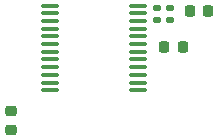
<source format=gbr>
G04 #@! TF.GenerationSoftware,KiCad,Pcbnew,(6.0.2)*
G04 #@! TF.CreationDate,2022-07-04T11:46:19+05:00*
G04 #@! TF.ProjectId,18bit-DIT,31386269-742d-4444-9954-2e6b69636164,rev?*
G04 #@! TF.SameCoordinates,Original*
G04 #@! TF.FileFunction,Paste,Top*
G04 #@! TF.FilePolarity,Positive*
%FSLAX46Y46*%
G04 Gerber Fmt 4.6, Leading zero omitted, Abs format (unit mm)*
G04 Created by KiCad (PCBNEW (6.0.2)) date 2022-07-04 11:46:19*
%MOMM*%
%LPD*%
G01*
G04 APERTURE LIST*
G04 Aperture macros list*
%AMRoundRect*
0 Rectangle with rounded corners*
0 $1 Rounding radius*
0 $2 $3 $4 $5 $6 $7 $8 $9 X,Y pos of 4 corners*
0 Add a 4 corners polygon primitive as box body*
4,1,4,$2,$3,$4,$5,$6,$7,$8,$9,$2,$3,0*
0 Add four circle primitives for the rounded corners*
1,1,$1+$1,$2,$3*
1,1,$1+$1,$4,$5*
1,1,$1+$1,$6,$7*
1,1,$1+$1,$8,$9*
0 Add four rect primitives between the rounded corners*
20,1,$1+$1,$2,$3,$4,$5,0*
20,1,$1+$1,$4,$5,$6,$7,0*
20,1,$1+$1,$6,$7,$8,$9,0*
20,1,$1+$1,$8,$9,$2,$3,0*%
G04 Aperture macros list end*
%ADD10RoundRect,0.218750X0.218750X0.256250X-0.218750X0.256250X-0.218750X-0.256250X0.218750X-0.256250X0*%
%ADD11RoundRect,0.147500X-0.172500X0.147500X-0.172500X-0.147500X0.172500X-0.147500X0.172500X0.147500X0*%
%ADD12RoundRect,0.100000X-0.637500X-0.100000X0.637500X-0.100000X0.637500X0.100000X-0.637500X0.100000X0*%
%ADD13RoundRect,0.218750X0.256250X-0.218750X0.256250X0.218750X-0.256250X0.218750X-0.256250X-0.218750X0*%
%ADD14RoundRect,0.218750X-0.218750X-0.256250X0.218750X-0.256250X0.218750X0.256250X-0.218750X0.256250X0*%
G04 APERTURE END LIST*
D10*
X150877500Y-55490000D03*
X149302500Y-55490000D03*
D11*
X146500000Y-55215000D03*
X146500000Y-56185000D03*
X147640000Y-55215000D03*
X147640000Y-56185000D03*
D12*
X137457500Y-55015000D03*
X137457500Y-55665000D03*
X137457500Y-56315000D03*
X137457500Y-56965000D03*
X137457500Y-57615000D03*
X137457500Y-58265000D03*
X137457500Y-58915000D03*
X137457500Y-59565000D03*
X137457500Y-60215000D03*
X137457500Y-60865000D03*
X137457500Y-61515000D03*
X137457500Y-62165000D03*
X144882500Y-62165000D03*
X144882500Y-61515000D03*
X144882500Y-60865000D03*
X144882500Y-60215000D03*
X144882500Y-59565000D03*
X144882500Y-58915000D03*
X144882500Y-58265000D03*
X144882500Y-57615000D03*
X144882500Y-56965000D03*
X144882500Y-56315000D03*
X144882500Y-55665000D03*
X144882500Y-55015000D03*
D13*
X134150000Y-65497500D03*
X134150000Y-63922500D03*
D14*
X147142500Y-58480000D03*
X148717500Y-58480000D03*
M02*

</source>
